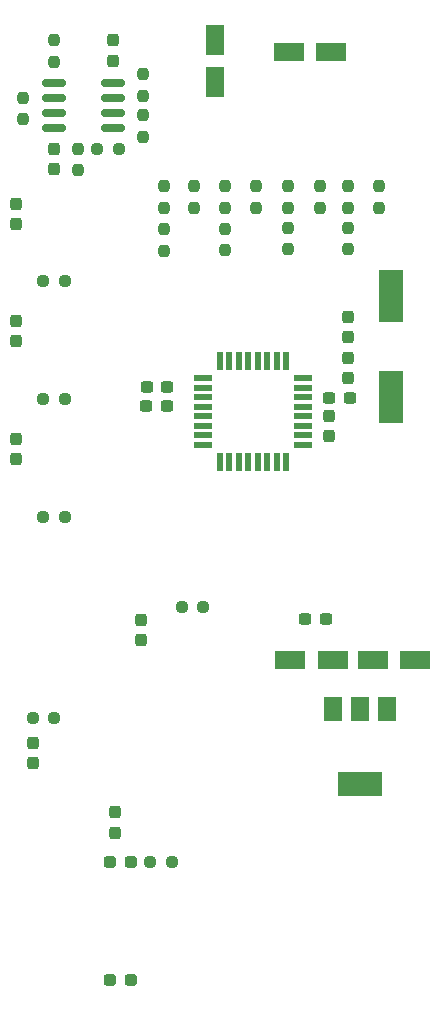
<source format=gtp>
%TF.GenerationSoftware,KiCad,Pcbnew,(6.0.2)*%
%TF.CreationDate,2022-03-15T10:04:13+02:00*%
%TF.ProjectId,C-DAO,432d4441-4f2e-46b6-9963-61645f706362,0.1*%
%TF.SameCoordinates,Original*%
%TF.FileFunction,Paste,Top*%
%TF.FilePolarity,Positive*%
%FSLAX46Y46*%
G04 Gerber Fmt 4.6, Leading zero omitted, Abs format (unit mm)*
G04 Created by KiCad (PCBNEW (6.0.2)) date 2022-03-15 10:04:13*
%MOMM*%
%LPD*%
G01*
G04 APERTURE LIST*
G04 Aperture macros list*
%AMRoundRect*
0 Rectangle with rounded corners*
0 $1 Rounding radius*
0 $2 $3 $4 $5 $6 $7 $8 $9 X,Y pos of 4 corners*
0 Add a 4 corners polygon primitive as box body*
4,1,4,$2,$3,$4,$5,$6,$7,$8,$9,$2,$3,0*
0 Add four circle primitives for the rounded corners*
1,1,$1+$1,$2,$3*
1,1,$1+$1,$4,$5*
1,1,$1+$1,$6,$7*
1,1,$1+$1,$8,$9*
0 Add four rect primitives between the rounded corners*
20,1,$1+$1,$2,$3,$4,$5,0*
20,1,$1+$1,$4,$5,$6,$7,0*
20,1,$1+$1,$6,$7,$8,$9,0*
20,1,$1+$1,$8,$9,$2,$3,0*%
G04 Aperture macros list end*
%ADD10R,1.600000X0.550000*%
%ADD11R,0.550000X1.600000*%
%ADD12RoundRect,0.237500X0.237500X-0.250000X0.237500X0.250000X-0.237500X0.250000X-0.237500X-0.250000X0*%
%ADD13RoundRect,0.237500X0.250000X0.237500X-0.250000X0.237500X-0.250000X-0.237500X0.250000X-0.237500X0*%
%ADD14RoundRect,0.237500X0.237500X-0.300000X0.237500X0.300000X-0.237500X0.300000X-0.237500X-0.300000X0*%
%ADD15RoundRect,0.237500X-0.237500X0.300000X-0.237500X-0.300000X0.237500X-0.300000X0.237500X0.300000X0*%
%ADD16RoundRect,0.237500X-0.250000X-0.237500X0.250000X-0.237500X0.250000X0.237500X-0.250000X0.237500X0*%
%ADD17RoundRect,0.237500X0.300000X0.237500X-0.300000X0.237500X-0.300000X-0.237500X0.300000X-0.237500X0*%
%ADD18RoundRect,0.237500X-0.237500X0.250000X-0.237500X-0.250000X0.237500X-0.250000X0.237500X0.250000X0*%
%ADD19RoundRect,0.250000X1.050000X0.550000X-1.050000X0.550000X-1.050000X-0.550000X1.050000X-0.550000X0*%
%ADD20RoundRect,0.237500X-0.300000X-0.237500X0.300000X-0.237500X0.300000X0.237500X-0.300000X0.237500X0*%
%ADD21RoundRect,0.237500X-0.287500X-0.237500X0.287500X-0.237500X0.287500X0.237500X-0.287500X0.237500X0*%
%ADD22R,1.500000X2.000000*%
%ADD23R,3.800000X2.000000*%
%ADD24R,2.000000X4.500000*%
%ADD25RoundRect,0.250000X-1.050000X-0.550000X1.050000X-0.550000X1.050000X0.550000X-1.050000X0.550000X0*%
%ADD26RoundRect,0.250000X0.550000X-1.050000X0.550000X1.050000X-0.550000X1.050000X-0.550000X-1.050000X0*%
%ADD27RoundRect,0.150000X0.825000X0.150000X-0.825000X0.150000X-0.825000X-0.150000X0.825000X-0.150000X0*%
G04 APERTURE END LIST*
D10*
X142299000Y-92843000D03*
X142299000Y-92043000D03*
X142299000Y-91243000D03*
X142299000Y-90443000D03*
X142299000Y-89643000D03*
X142299000Y-88843000D03*
X142299000Y-88043000D03*
X142299000Y-87243000D03*
D11*
X140849000Y-85793000D03*
X140049000Y-85793000D03*
X139249000Y-85793000D03*
X138449000Y-85793000D03*
X137649000Y-85793000D03*
X136849000Y-85793000D03*
X136049000Y-85793000D03*
X135249000Y-85793000D03*
D10*
X133799000Y-87243000D03*
X133799000Y-88043000D03*
X133799000Y-88843000D03*
X133799000Y-89643000D03*
X133799000Y-90443000D03*
X133799000Y-91243000D03*
X133799000Y-92043000D03*
X133799000Y-92843000D03*
D11*
X135249000Y-94293000D03*
X136049000Y-94293000D03*
X136849000Y-94293000D03*
X137649000Y-94293000D03*
X138449000Y-94293000D03*
X139249000Y-94293000D03*
X140049000Y-94293000D03*
X140849000Y-94293000D03*
D12*
X130500000Y-76412500D03*
X130500000Y-74587500D03*
X130500000Y-72787500D03*
X130500000Y-70962500D03*
D13*
X133858000Y-106553000D03*
X132033000Y-106553000D03*
D14*
X126200000Y-60325000D03*
X126200000Y-58600000D03*
D12*
X133100000Y-72812500D03*
X133100000Y-70987500D03*
D13*
X121212500Y-116000000D03*
X119387500Y-116000000D03*
D15*
X121200000Y-67775000D03*
X121200000Y-69500000D03*
D14*
X126400000Y-125700000D03*
X126400000Y-123975000D03*
D12*
X138300000Y-72812500D03*
X138300000Y-70987500D03*
D16*
X129375000Y-128200000D03*
X131200000Y-128200000D03*
D13*
X122112500Y-79000000D03*
X120287500Y-79000000D03*
D12*
X146100000Y-76287500D03*
X146100000Y-74462500D03*
D17*
X130762500Y-89600000D03*
X129037500Y-89600000D03*
D18*
X128700000Y-64975000D03*
X128700000Y-66800000D03*
D12*
X143700000Y-72812500D03*
X143700000Y-70987500D03*
D19*
X144675000Y-59563000D03*
X141075000Y-59563000D03*
D18*
X118600000Y-63487500D03*
X118600000Y-65312500D03*
D12*
X135700000Y-72812500D03*
X135700000Y-70987500D03*
D14*
X118000000Y-94062500D03*
X118000000Y-92337500D03*
D20*
X142475000Y-107600000D03*
X144200000Y-107600000D03*
D21*
X125950000Y-128200000D03*
X127700000Y-128200000D03*
D15*
X144526000Y-90424000D03*
X144526000Y-92149000D03*
D13*
X126700000Y-67800000D03*
X124875000Y-67800000D03*
X122100000Y-89000000D03*
X120275000Y-89000000D03*
D12*
X123200000Y-69612500D03*
X123200000Y-67787500D03*
D20*
X144526000Y-88900000D03*
X146251000Y-88900000D03*
D21*
X125950000Y-138200000D03*
X127700000Y-138200000D03*
D22*
X149400000Y-115250000D03*
X147100000Y-115250000D03*
D23*
X147100000Y-121550000D03*
D22*
X144800000Y-115250000D03*
D12*
X141000000Y-72787500D03*
X141000000Y-70962500D03*
D15*
X146100000Y-82037500D03*
X146100000Y-83762500D03*
D12*
X148700000Y-72787500D03*
X148700000Y-70962500D03*
D18*
X121200000Y-58600000D03*
X121200000Y-60425000D03*
D24*
X149700000Y-80300000D03*
X149700000Y-88800000D03*
D14*
X128600000Y-109425000D03*
X128600000Y-107700000D03*
D15*
X119400000Y-118075000D03*
X119400000Y-119800000D03*
D13*
X122125000Y-99000000D03*
X120300000Y-99000000D03*
D12*
X135700000Y-76400000D03*
X135700000Y-74575000D03*
D25*
X141200000Y-111100000D03*
X144800000Y-111100000D03*
D17*
X130800000Y-88000000D03*
X129075000Y-88000000D03*
D14*
X118000000Y-84100000D03*
X118000000Y-82375000D03*
D26*
X134874000Y-62147000D03*
X134874000Y-58547000D03*
D12*
X146100000Y-72800000D03*
X146100000Y-70975000D03*
D19*
X151800000Y-111100000D03*
X148200000Y-111100000D03*
D18*
X128700000Y-61487500D03*
X128700000Y-63312500D03*
D27*
X126175000Y-66017500D03*
X126175000Y-64747500D03*
X126175000Y-63477500D03*
X126175000Y-62207500D03*
X121225000Y-62207500D03*
X121225000Y-63477500D03*
X121225000Y-64747500D03*
X121225000Y-66017500D03*
D14*
X146100000Y-87225000D03*
X146100000Y-85500000D03*
D12*
X141000000Y-76312500D03*
X141000000Y-74487500D03*
D14*
X118000000Y-74162500D03*
X118000000Y-72437500D03*
M02*

</source>
